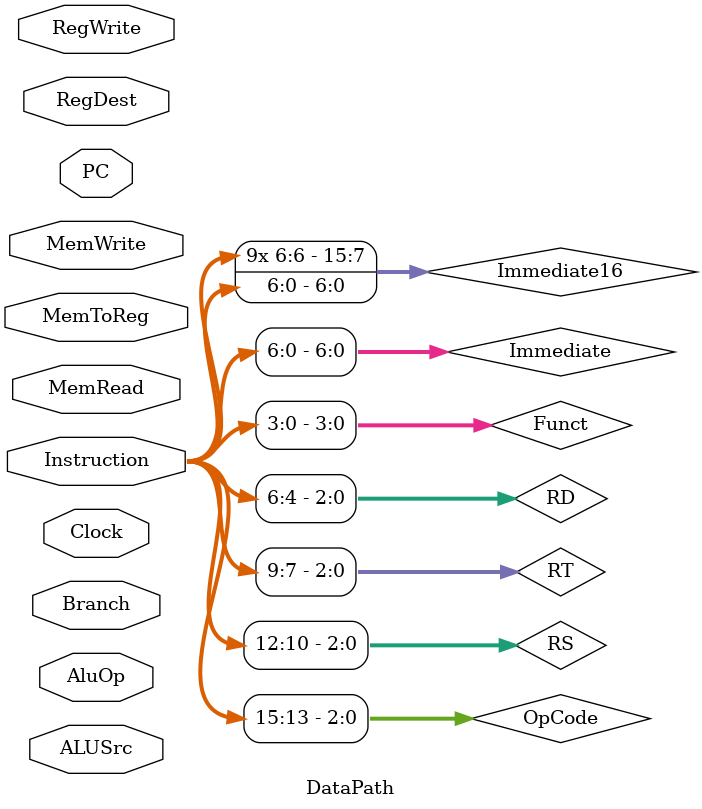
<source format=v>
`timescale 1ns / 1ps


module DataPath(
input PC,
input Clock,
input RegDest, ALUSrc, MemToReg, RegWrite, MemRead, MemWrite,
input [1:0] AluOp,
input Branch,
input[15:0] Instruction
    );
    
    wire[2:0] OpCode;
    wire[2:0] RS, RT, RD;
    wire[3:0] Funct;
    wire[6:0] Immediate;
    wire[15:0] Immediate16;
    wire[2:0] PercaktoDestinacionin;
    wire[15:0] PercaktoHyrjenB;
    wire[15:0] AluOut;
    wire[15:0] DMOut;
    wire[15:0] WriteDataToReg;
    wire Zero, CarryOut;
    wire[3:0] AluControlOut;
    wire[15:0] ReadRS, ReadRT;
    wire ZeroAndBranch; 
    wire ImmediataShifted;
    
    assign OpCode = Instruction[15:13];
    assign RS = Instruction[12:10];    
    assign RT = Instruction[9:7];
    assign RD = Instruction[6:4];
    assign Funct = Instruction[3:0];
    assign Immediate = Instruction[6:0];
    
    
    mux2to1 mDestOfSecReg(RT, RD, RegDest, PercaktoDestinacionin);
    mux2to1 mOutForWriteToReg(AluOut,DMOut,MemToReg, WriteDataToReg);
    
    RegisterFile RF(RS, RT, PercaktoDestinacionin, WriteDataToReg, ReadRS, ReadRT, RegWrite, Clock);
    
    assign Immediate16 = {{9{Immediate[6]}},Immediate[6:0]};
    
    mux2to1 mAlu(ReadRt, Immediate16, AluSrc, PercaktoHyrjenB);
    
    AluControl a(AluOp, Funct, AluControlOut);
    
    alu_32bit alu(ReadRS, PercaktoHyrjenB, AluControlOut[2:1], 0, AluControlOut[3], CarryOut, Zero, AluOut);
    
    DataMemory dM(AluControlOut, ReadRT, Clock, MemWrite, MemRead, DMOut);
    
    
    
endmodule

</source>
